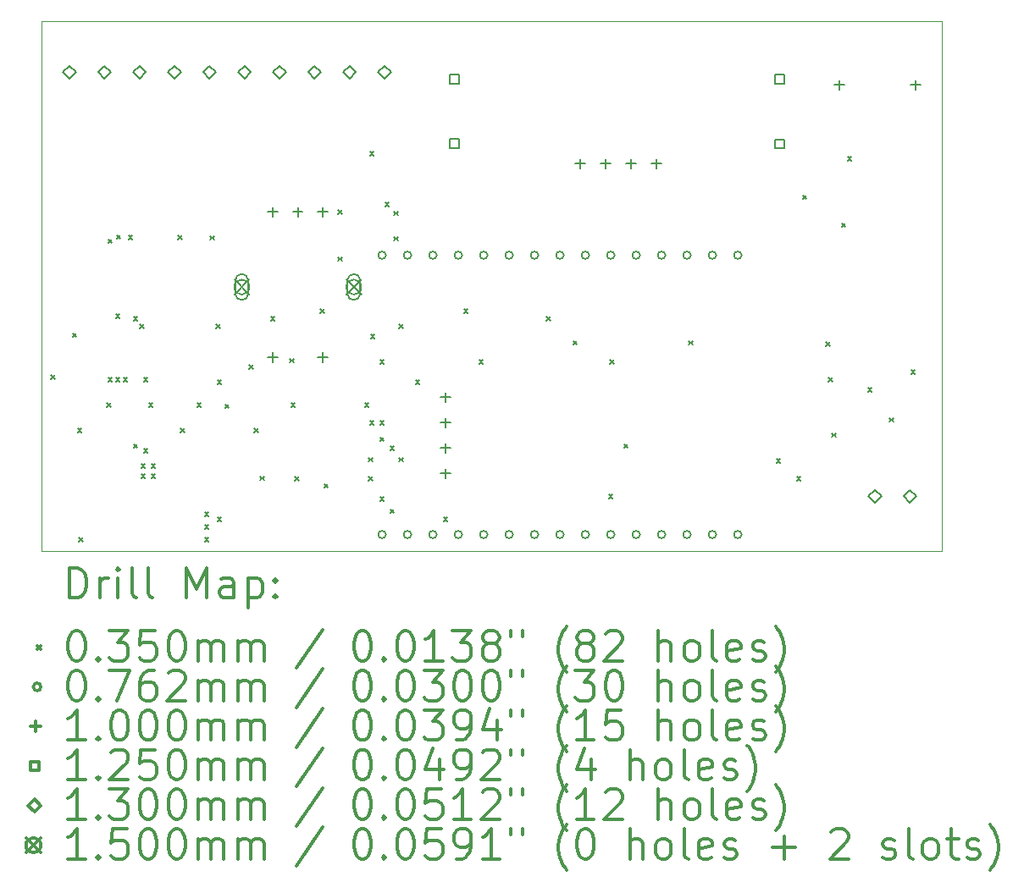
<source format=gbr>
%FSLAX45Y45*%
G04 Gerber Fmt 4.5, Leading zero omitted, Abs format (unit mm)*
G04 Created by KiCad (PCBNEW 5.1.12-84ad8e8a86~92~ubuntu20.04.1) date 2022-02-11 20:28:57*
%MOMM*%
%LPD*%
G01*
G04 APERTURE LIST*
%TA.AperFunction,Profile*%
%ADD10C,0.050000*%
%TD*%
%ADD11C,0.200000*%
%ADD12C,0.300000*%
G04 APERTURE END LIST*
D10*
X5000000Y-10300000D02*
X5000000Y-5000000D01*
X14000000Y-10300000D02*
X5000000Y-10300000D01*
X14000000Y-5000000D02*
X14000000Y-10300000D01*
X5000000Y-5000000D02*
X14000000Y-5000000D01*
D11*
X5100600Y-8542300D02*
X5135600Y-8577300D01*
X5135600Y-8542300D02*
X5100600Y-8577300D01*
X5316500Y-8120200D02*
X5351500Y-8155200D01*
X5351500Y-8120200D02*
X5316500Y-8155200D01*
X5367300Y-9075700D02*
X5402300Y-9110700D01*
X5402300Y-9075700D02*
X5367300Y-9110700D01*
X5380000Y-10167900D02*
X5415000Y-10202900D01*
X5415000Y-10167900D02*
X5380000Y-10202900D01*
X5659400Y-8821700D02*
X5694400Y-8856700D01*
X5694400Y-8821700D02*
X5659400Y-8856700D01*
X5672100Y-7183400D02*
X5707100Y-7218400D01*
X5707100Y-7183400D02*
X5672100Y-7218400D01*
X5672100Y-8567700D02*
X5707100Y-8602700D01*
X5707100Y-8567700D02*
X5672100Y-8602700D01*
X5748300Y-7932700D02*
X5783300Y-7967700D01*
X5783300Y-7932700D02*
X5748300Y-7967700D01*
X5748300Y-8567700D02*
X5783300Y-8602700D01*
X5783300Y-8567700D02*
X5748300Y-8602700D01*
X5754300Y-7141944D02*
X5789300Y-7176944D01*
X5789300Y-7141944D02*
X5754300Y-7176944D01*
X5824500Y-8567700D02*
X5859500Y-8602700D01*
X5859500Y-8567700D02*
X5824500Y-8602700D01*
X5875300Y-7145300D02*
X5910300Y-7180300D01*
X5910300Y-7145300D02*
X5875300Y-7180300D01*
X5926100Y-7958100D02*
X5961100Y-7993100D01*
X5961100Y-7958100D02*
X5926100Y-7993100D01*
X5929000Y-9231000D02*
X5964000Y-9266000D01*
X5964000Y-9231000D02*
X5929000Y-9266000D01*
X5989600Y-8034300D02*
X6024600Y-8069300D01*
X6024600Y-8034300D02*
X5989600Y-8069300D01*
X6002300Y-9431300D02*
X6037300Y-9466300D01*
X6037300Y-9431300D02*
X6002300Y-9466300D01*
X6002300Y-9532900D02*
X6037300Y-9567900D01*
X6037300Y-9532900D02*
X6002300Y-9567900D01*
X6027700Y-8567700D02*
X6062700Y-8602700D01*
X6062700Y-8567700D02*
X6027700Y-8602700D01*
X6027700Y-9278900D02*
X6062700Y-9313900D01*
X6062700Y-9278900D02*
X6027700Y-9313900D01*
X6081600Y-8821700D02*
X6116600Y-8856700D01*
X6116600Y-8821700D02*
X6081600Y-8856700D01*
X6103900Y-9431300D02*
X6138900Y-9466300D01*
X6138900Y-9431300D02*
X6103900Y-9466300D01*
X6103900Y-9532900D02*
X6138900Y-9567900D01*
X6138900Y-9532900D02*
X6103900Y-9567900D01*
X6370600Y-7145300D02*
X6405600Y-7180300D01*
X6405600Y-7145300D02*
X6370600Y-7180300D01*
X6396000Y-9075700D02*
X6431000Y-9110700D01*
X6431000Y-9075700D02*
X6396000Y-9110700D01*
X6561100Y-8821700D02*
X6596100Y-8856700D01*
X6596100Y-8821700D02*
X6561100Y-8856700D01*
X6637300Y-9913900D02*
X6672300Y-9948900D01*
X6672300Y-9913900D02*
X6637300Y-9948900D01*
X6637300Y-10040900D02*
X6672300Y-10075900D01*
X6672300Y-10040900D02*
X6637300Y-10075900D01*
X6637300Y-10167900D02*
X6672300Y-10202900D01*
X6672300Y-10167900D02*
X6637300Y-10202900D01*
X6691820Y-7149020D02*
X6726820Y-7184020D01*
X6726820Y-7149020D02*
X6691820Y-7184020D01*
X6751600Y-8034300D02*
X6786600Y-8069300D01*
X6786600Y-8034300D02*
X6751600Y-8069300D01*
X6764300Y-8593100D02*
X6799300Y-8628100D01*
X6799300Y-8593100D02*
X6764300Y-8628100D01*
X6764300Y-9964700D02*
X6799300Y-9999700D01*
X6799300Y-9964700D02*
X6764300Y-9999700D01*
X6840500Y-8834400D02*
X6875500Y-8869400D01*
X6875500Y-8834400D02*
X6840500Y-8869400D01*
X7081800Y-8440700D02*
X7116800Y-8475700D01*
X7116800Y-8440700D02*
X7081800Y-8475700D01*
X7132600Y-9075700D02*
X7167600Y-9110700D01*
X7167600Y-9075700D02*
X7132600Y-9110700D01*
X7191420Y-9553620D02*
X7226420Y-9588620D01*
X7226420Y-9553620D02*
X7191420Y-9588620D01*
X7297700Y-7958100D02*
X7332700Y-7993100D01*
X7332700Y-7958100D02*
X7297700Y-7993100D01*
X7488200Y-8377200D02*
X7523200Y-8412200D01*
X7523200Y-8377200D02*
X7488200Y-8412200D01*
X7500900Y-8821700D02*
X7535900Y-8856700D01*
X7535900Y-8821700D02*
X7500900Y-8856700D01*
X7539000Y-9558300D02*
X7574000Y-9593300D01*
X7574000Y-9558300D02*
X7539000Y-9593300D01*
X7793000Y-7881900D02*
X7828000Y-7916900D01*
X7828000Y-7881900D02*
X7793000Y-7916900D01*
X7833022Y-9632578D02*
X7868022Y-9667578D01*
X7868022Y-9632578D02*
X7833022Y-9667578D01*
X7970800Y-6891300D02*
X8005800Y-6926300D01*
X8005800Y-6891300D02*
X7970800Y-6926300D01*
X7970800Y-7361200D02*
X8005800Y-7396200D01*
X8005800Y-7361200D02*
X7970800Y-7396200D01*
X8237500Y-8821700D02*
X8272500Y-8856700D01*
X8272500Y-8821700D02*
X8237500Y-8856700D01*
X8275600Y-9367800D02*
X8310600Y-9402800D01*
X8310600Y-9367800D02*
X8275600Y-9402800D01*
X8275600Y-9558300D02*
X8310600Y-9593300D01*
X8310600Y-9558300D02*
X8275600Y-9593300D01*
X8288300Y-6307100D02*
X8323300Y-6342100D01*
X8323300Y-6307100D02*
X8288300Y-6342100D01*
X8288300Y-8999500D02*
X8323300Y-9034500D01*
X8323300Y-8999500D02*
X8288300Y-9034500D01*
X8298000Y-8135900D02*
X8333000Y-8170900D01*
X8333000Y-8135900D02*
X8298000Y-8170900D01*
X8389900Y-8389900D02*
X8424900Y-8424900D01*
X8424900Y-8389900D02*
X8389900Y-8424900D01*
X8389900Y-8999500D02*
X8424900Y-9034500D01*
X8424900Y-8999500D02*
X8389900Y-9034500D01*
X8389900Y-9164600D02*
X8424900Y-9199600D01*
X8424900Y-9164600D02*
X8389900Y-9199600D01*
X8389900Y-9761500D02*
X8424900Y-9796500D01*
X8424900Y-9761500D02*
X8389900Y-9796500D01*
X8440700Y-6815100D02*
X8475700Y-6850100D01*
X8475700Y-6815100D02*
X8440700Y-6850100D01*
X8488500Y-9885500D02*
X8523500Y-9920500D01*
X8523500Y-9885500D02*
X8488500Y-9920500D01*
X8491500Y-9253500D02*
X8526500Y-9288500D01*
X8526500Y-9253500D02*
X8491500Y-9288500D01*
X8529600Y-6904000D02*
X8564600Y-6939000D01*
X8564600Y-6904000D02*
X8529600Y-6939000D01*
X8529600Y-7158000D02*
X8564600Y-7193000D01*
X8564600Y-7158000D02*
X8529600Y-7193000D01*
X8580400Y-8034300D02*
X8615400Y-8069300D01*
X8615400Y-8034300D02*
X8580400Y-8069300D01*
X8580400Y-9367800D02*
X8615400Y-9402800D01*
X8615400Y-9367800D02*
X8580400Y-9402800D01*
X8745500Y-8593100D02*
X8780500Y-8628100D01*
X8780500Y-8593100D02*
X8745500Y-8628100D01*
X9024900Y-9964700D02*
X9059900Y-9999700D01*
X9059900Y-9964700D02*
X9024900Y-9999700D01*
X9228100Y-7881900D02*
X9263100Y-7916900D01*
X9263100Y-7881900D02*
X9228100Y-7916900D01*
X9380500Y-8389900D02*
X9415500Y-8424900D01*
X9415500Y-8389900D02*
X9380500Y-8424900D01*
X10053600Y-7958100D02*
X10088600Y-7993100D01*
X10088600Y-7958100D02*
X10053600Y-7993100D01*
X10317700Y-8202000D02*
X10352700Y-8237000D01*
X10352700Y-8202000D02*
X10317700Y-8237000D01*
X10675900Y-9736100D02*
X10710900Y-9771100D01*
X10710900Y-9736100D02*
X10675900Y-9771100D01*
X10688600Y-8389900D02*
X10723600Y-8424900D01*
X10723600Y-8389900D02*
X10688600Y-8424900D01*
X10825700Y-9229345D02*
X10860700Y-9264345D01*
X10860700Y-9229345D02*
X10825700Y-9264345D01*
X11476000Y-8199400D02*
X11511000Y-8234400D01*
X11511000Y-8199400D02*
X11476000Y-8234400D01*
X12352300Y-9380500D02*
X12387300Y-9415500D01*
X12387300Y-9380500D02*
X12352300Y-9415500D01*
X12555500Y-9558300D02*
X12590500Y-9593300D01*
X12590500Y-9558300D02*
X12555500Y-9593300D01*
X12617949Y-6742301D02*
X12652949Y-6777301D01*
X12652949Y-6742301D02*
X12617949Y-6777301D01*
X12847600Y-8212100D02*
X12882600Y-8247100D01*
X12882600Y-8212100D02*
X12847600Y-8247100D01*
X12873000Y-8567700D02*
X12908000Y-8602700D01*
X12908000Y-8567700D02*
X12873000Y-8602700D01*
X12906420Y-9121820D02*
X12941420Y-9156820D01*
X12941420Y-9121820D02*
X12906420Y-9156820D01*
X13003000Y-7024093D02*
X13038000Y-7059093D01*
X13038000Y-7024093D02*
X13003000Y-7059093D01*
X13063500Y-6357900D02*
X13098500Y-6392900D01*
X13098500Y-6357900D02*
X13063500Y-6392900D01*
X13266700Y-8669300D02*
X13301700Y-8704300D01*
X13301700Y-8669300D02*
X13266700Y-8704300D01*
X13482600Y-8971700D02*
X13517600Y-9006700D01*
X13517600Y-8971700D02*
X13482600Y-9006700D01*
X13698500Y-8491500D02*
X13733500Y-8526500D01*
X13733500Y-8491500D02*
X13698500Y-8526500D01*
X8445500Y-7340600D02*
G75*
G03*
X8445500Y-7340600I-38100J0D01*
G01*
X8445500Y-10134600D02*
G75*
G03*
X8445500Y-10134600I-38100J0D01*
G01*
X8699500Y-7340600D02*
G75*
G03*
X8699500Y-7340600I-38100J0D01*
G01*
X8699500Y-10134600D02*
G75*
G03*
X8699500Y-10134600I-38100J0D01*
G01*
X8953500Y-7340600D02*
G75*
G03*
X8953500Y-7340600I-38100J0D01*
G01*
X8953500Y-10134600D02*
G75*
G03*
X8953500Y-10134600I-38100J0D01*
G01*
X9207500Y-7340600D02*
G75*
G03*
X9207500Y-7340600I-38100J0D01*
G01*
X9207500Y-10134600D02*
G75*
G03*
X9207500Y-10134600I-38100J0D01*
G01*
X9461500Y-7340600D02*
G75*
G03*
X9461500Y-7340600I-38100J0D01*
G01*
X9461500Y-10134600D02*
G75*
G03*
X9461500Y-10134600I-38100J0D01*
G01*
X9715500Y-7340600D02*
G75*
G03*
X9715500Y-7340600I-38100J0D01*
G01*
X9715500Y-10134600D02*
G75*
G03*
X9715500Y-10134600I-38100J0D01*
G01*
X9969500Y-7340600D02*
G75*
G03*
X9969500Y-7340600I-38100J0D01*
G01*
X9969500Y-10134600D02*
G75*
G03*
X9969500Y-10134600I-38100J0D01*
G01*
X10223500Y-7340600D02*
G75*
G03*
X10223500Y-7340600I-38100J0D01*
G01*
X10223500Y-10134600D02*
G75*
G03*
X10223500Y-10134600I-38100J0D01*
G01*
X10477500Y-7340600D02*
G75*
G03*
X10477500Y-7340600I-38100J0D01*
G01*
X10477500Y-10134600D02*
G75*
G03*
X10477500Y-10134600I-38100J0D01*
G01*
X10731500Y-7340600D02*
G75*
G03*
X10731500Y-7340600I-38100J0D01*
G01*
X10731500Y-10134600D02*
G75*
G03*
X10731500Y-10134600I-38100J0D01*
G01*
X10985500Y-7340600D02*
G75*
G03*
X10985500Y-7340600I-38100J0D01*
G01*
X10985500Y-10134600D02*
G75*
G03*
X10985500Y-10134600I-38100J0D01*
G01*
X11239500Y-7340600D02*
G75*
G03*
X11239500Y-7340600I-38100J0D01*
G01*
X11239500Y-10134600D02*
G75*
G03*
X11239500Y-10134600I-38100J0D01*
G01*
X11493500Y-7340600D02*
G75*
G03*
X11493500Y-7340600I-38100J0D01*
G01*
X11493500Y-10134600D02*
G75*
G03*
X11493500Y-10134600I-38100J0D01*
G01*
X11747500Y-7340600D02*
G75*
G03*
X11747500Y-7340600I-38100J0D01*
G01*
X11747500Y-10134600D02*
G75*
G03*
X11747500Y-10134600I-38100J0D01*
G01*
X12001500Y-7340600D02*
G75*
G03*
X12001500Y-7340600I-38100J0D01*
G01*
X12001500Y-10134600D02*
G75*
G03*
X12001500Y-10134600I-38100J0D01*
G01*
X7315200Y-6858800D02*
X7315200Y-6958800D01*
X7265200Y-6908800D02*
X7365200Y-6908800D01*
X7315200Y-8308800D02*
X7315200Y-8408800D01*
X7265200Y-8358800D02*
X7365200Y-8358800D01*
X7565200Y-6858800D02*
X7565200Y-6958800D01*
X7515200Y-6908800D02*
X7615200Y-6908800D01*
X7815200Y-6858800D02*
X7815200Y-6958800D01*
X7765200Y-6908800D02*
X7865200Y-6908800D01*
X7815200Y-8308800D02*
X7815200Y-8408800D01*
X7765200Y-8358800D02*
X7865200Y-8358800D01*
X9042400Y-8713000D02*
X9042400Y-8813000D01*
X8992400Y-8763000D02*
X9092400Y-8763000D01*
X9042400Y-8967000D02*
X9042400Y-9067000D01*
X8992400Y-9017000D02*
X9092400Y-9017000D01*
X9042400Y-9221000D02*
X9042400Y-9321000D01*
X8992400Y-9271000D02*
X9092400Y-9271000D01*
X9042400Y-9475000D02*
X9042400Y-9575000D01*
X8992400Y-9525000D02*
X9092400Y-9525000D01*
X10388600Y-6376200D02*
X10388600Y-6476200D01*
X10338600Y-6426200D02*
X10438600Y-6426200D01*
X10642600Y-6376200D02*
X10642600Y-6476200D01*
X10592600Y-6426200D02*
X10692600Y-6426200D01*
X10896600Y-6376200D02*
X10896600Y-6476200D01*
X10846600Y-6426200D02*
X10946600Y-6426200D01*
X11150600Y-6376200D02*
X11150600Y-6476200D01*
X11100600Y-6426200D02*
X11200600Y-6426200D01*
X12979400Y-5588800D02*
X12979400Y-5688800D01*
X12929400Y-5638800D02*
X13029400Y-5638800D01*
X13739400Y-5588800D02*
X13739400Y-5688800D01*
X13689400Y-5638800D02*
X13789400Y-5638800D01*
X9176305Y-5622155D02*
X9176305Y-5533765D01*
X9087915Y-5533765D01*
X9087915Y-5622155D01*
X9176305Y-5622155D01*
X9176305Y-6267155D02*
X9176305Y-6178765D01*
X9087915Y-6178765D01*
X9087915Y-6267155D01*
X9176305Y-6267155D01*
X12426305Y-5622155D02*
X12426305Y-5533765D01*
X12337915Y-5533765D01*
X12337915Y-5622155D01*
X12426305Y-5622155D01*
X12426305Y-6272155D02*
X12426305Y-6183765D01*
X12337915Y-6183765D01*
X12337915Y-6272155D01*
X12426305Y-6272155D01*
X5282800Y-5576800D02*
X5347800Y-5511800D01*
X5282800Y-5446800D01*
X5217800Y-5511800D01*
X5282800Y-5576800D01*
X5632800Y-5576800D02*
X5697800Y-5511800D01*
X5632800Y-5446800D01*
X5567800Y-5511800D01*
X5632800Y-5576800D01*
X5982800Y-5576800D02*
X6047800Y-5511800D01*
X5982800Y-5446800D01*
X5917800Y-5511800D01*
X5982800Y-5576800D01*
X6332800Y-5576800D02*
X6397800Y-5511800D01*
X6332800Y-5446800D01*
X6267800Y-5511800D01*
X6332800Y-5576800D01*
X6682800Y-5576800D02*
X6747800Y-5511800D01*
X6682800Y-5446800D01*
X6617800Y-5511800D01*
X6682800Y-5576800D01*
X7032800Y-5576800D02*
X7097800Y-5511800D01*
X7032800Y-5446800D01*
X6967800Y-5511800D01*
X7032800Y-5576800D01*
X7382800Y-5576800D02*
X7447800Y-5511800D01*
X7382800Y-5446800D01*
X7317800Y-5511800D01*
X7382800Y-5576800D01*
X7732800Y-5576800D02*
X7797800Y-5511800D01*
X7732800Y-5446800D01*
X7667800Y-5511800D01*
X7732800Y-5576800D01*
X8082800Y-5576800D02*
X8147800Y-5511800D01*
X8082800Y-5446800D01*
X8017800Y-5511800D01*
X8082800Y-5576800D01*
X8432800Y-5576800D02*
X8497800Y-5511800D01*
X8432800Y-5446800D01*
X8367800Y-5511800D01*
X8432800Y-5576800D01*
X13335000Y-9818600D02*
X13400000Y-9753600D01*
X13335000Y-9688600D01*
X13270000Y-9753600D01*
X13335000Y-9818600D01*
X13685000Y-9818600D02*
X13750000Y-9753600D01*
X13685000Y-9688600D01*
X13620000Y-9753600D01*
X13685000Y-9818600D01*
X6930200Y-7583800D02*
X7080200Y-7733800D01*
X7080200Y-7583800D02*
X6930200Y-7733800D01*
X7080200Y-7658800D02*
G75*
G03*
X7080200Y-7658800I-75000J0D01*
G01*
X6940200Y-7593800D02*
X6940200Y-7723800D01*
X7070200Y-7593800D02*
X7070200Y-7723800D01*
X6940200Y-7723800D02*
G75*
G03*
X7070200Y-7723800I65000J0D01*
G01*
X7070200Y-7593800D02*
G75*
G03*
X6940200Y-7593800I-65000J0D01*
G01*
X8050200Y-7583800D02*
X8200200Y-7733800D01*
X8200200Y-7583800D02*
X8050200Y-7733800D01*
X8200200Y-7658800D02*
G75*
G03*
X8200200Y-7658800I-75000J0D01*
G01*
X8060200Y-7593800D02*
X8060200Y-7723800D01*
X8190200Y-7593800D02*
X8190200Y-7723800D01*
X8060200Y-7723800D02*
G75*
G03*
X8190200Y-7723800I65000J0D01*
G01*
X8190200Y-7593800D02*
G75*
G03*
X8060200Y-7593800I-65000J0D01*
G01*
D12*
X5283928Y-10768214D02*
X5283928Y-10468214D01*
X5355357Y-10468214D01*
X5398214Y-10482500D01*
X5426786Y-10511072D01*
X5441071Y-10539643D01*
X5455357Y-10596786D01*
X5455357Y-10639643D01*
X5441071Y-10696786D01*
X5426786Y-10725357D01*
X5398214Y-10753929D01*
X5355357Y-10768214D01*
X5283928Y-10768214D01*
X5583928Y-10768214D02*
X5583928Y-10568214D01*
X5583928Y-10625357D02*
X5598214Y-10596786D01*
X5612500Y-10582500D01*
X5641071Y-10568214D01*
X5669643Y-10568214D01*
X5769643Y-10768214D02*
X5769643Y-10568214D01*
X5769643Y-10468214D02*
X5755357Y-10482500D01*
X5769643Y-10496786D01*
X5783928Y-10482500D01*
X5769643Y-10468214D01*
X5769643Y-10496786D01*
X5955357Y-10768214D02*
X5926786Y-10753929D01*
X5912500Y-10725357D01*
X5912500Y-10468214D01*
X6112500Y-10768214D02*
X6083928Y-10753929D01*
X6069643Y-10725357D01*
X6069643Y-10468214D01*
X6455357Y-10768214D02*
X6455357Y-10468214D01*
X6555357Y-10682500D01*
X6655357Y-10468214D01*
X6655357Y-10768214D01*
X6926786Y-10768214D02*
X6926786Y-10611072D01*
X6912500Y-10582500D01*
X6883928Y-10568214D01*
X6826786Y-10568214D01*
X6798214Y-10582500D01*
X6926786Y-10753929D02*
X6898214Y-10768214D01*
X6826786Y-10768214D01*
X6798214Y-10753929D01*
X6783928Y-10725357D01*
X6783928Y-10696786D01*
X6798214Y-10668214D01*
X6826786Y-10653929D01*
X6898214Y-10653929D01*
X6926786Y-10639643D01*
X7069643Y-10568214D02*
X7069643Y-10868214D01*
X7069643Y-10582500D02*
X7098214Y-10568214D01*
X7155357Y-10568214D01*
X7183928Y-10582500D01*
X7198214Y-10596786D01*
X7212500Y-10625357D01*
X7212500Y-10711072D01*
X7198214Y-10739643D01*
X7183928Y-10753929D01*
X7155357Y-10768214D01*
X7098214Y-10768214D01*
X7069643Y-10753929D01*
X7341071Y-10739643D02*
X7355357Y-10753929D01*
X7341071Y-10768214D01*
X7326786Y-10753929D01*
X7341071Y-10739643D01*
X7341071Y-10768214D01*
X7341071Y-10582500D02*
X7355357Y-10596786D01*
X7341071Y-10611072D01*
X7326786Y-10596786D01*
X7341071Y-10582500D01*
X7341071Y-10611072D01*
X4962500Y-11245000D02*
X4997500Y-11280000D01*
X4997500Y-11245000D02*
X4962500Y-11280000D01*
X5341071Y-11098214D02*
X5369643Y-11098214D01*
X5398214Y-11112500D01*
X5412500Y-11126786D01*
X5426786Y-11155357D01*
X5441071Y-11212500D01*
X5441071Y-11283929D01*
X5426786Y-11341071D01*
X5412500Y-11369643D01*
X5398214Y-11383929D01*
X5369643Y-11398214D01*
X5341071Y-11398214D01*
X5312500Y-11383929D01*
X5298214Y-11369643D01*
X5283928Y-11341071D01*
X5269643Y-11283929D01*
X5269643Y-11212500D01*
X5283928Y-11155357D01*
X5298214Y-11126786D01*
X5312500Y-11112500D01*
X5341071Y-11098214D01*
X5569643Y-11369643D02*
X5583928Y-11383929D01*
X5569643Y-11398214D01*
X5555357Y-11383929D01*
X5569643Y-11369643D01*
X5569643Y-11398214D01*
X5683928Y-11098214D02*
X5869643Y-11098214D01*
X5769643Y-11212500D01*
X5812500Y-11212500D01*
X5841071Y-11226786D01*
X5855357Y-11241071D01*
X5869643Y-11269643D01*
X5869643Y-11341071D01*
X5855357Y-11369643D01*
X5841071Y-11383929D01*
X5812500Y-11398214D01*
X5726786Y-11398214D01*
X5698214Y-11383929D01*
X5683928Y-11369643D01*
X6141071Y-11098214D02*
X5998214Y-11098214D01*
X5983928Y-11241071D01*
X5998214Y-11226786D01*
X6026786Y-11212500D01*
X6098214Y-11212500D01*
X6126786Y-11226786D01*
X6141071Y-11241071D01*
X6155357Y-11269643D01*
X6155357Y-11341071D01*
X6141071Y-11369643D01*
X6126786Y-11383929D01*
X6098214Y-11398214D01*
X6026786Y-11398214D01*
X5998214Y-11383929D01*
X5983928Y-11369643D01*
X6341071Y-11098214D02*
X6369643Y-11098214D01*
X6398214Y-11112500D01*
X6412500Y-11126786D01*
X6426786Y-11155357D01*
X6441071Y-11212500D01*
X6441071Y-11283929D01*
X6426786Y-11341071D01*
X6412500Y-11369643D01*
X6398214Y-11383929D01*
X6369643Y-11398214D01*
X6341071Y-11398214D01*
X6312500Y-11383929D01*
X6298214Y-11369643D01*
X6283928Y-11341071D01*
X6269643Y-11283929D01*
X6269643Y-11212500D01*
X6283928Y-11155357D01*
X6298214Y-11126786D01*
X6312500Y-11112500D01*
X6341071Y-11098214D01*
X6569643Y-11398214D02*
X6569643Y-11198214D01*
X6569643Y-11226786D02*
X6583928Y-11212500D01*
X6612500Y-11198214D01*
X6655357Y-11198214D01*
X6683928Y-11212500D01*
X6698214Y-11241071D01*
X6698214Y-11398214D01*
X6698214Y-11241071D02*
X6712500Y-11212500D01*
X6741071Y-11198214D01*
X6783928Y-11198214D01*
X6812500Y-11212500D01*
X6826786Y-11241071D01*
X6826786Y-11398214D01*
X6969643Y-11398214D02*
X6969643Y-11198214D01*
X6969643Y-11226786D02*
X6983928Y-11212500D01*
X7012500Y-11198214D01*
X7055357Y-11198214D01*
X7083928Y-11212500D01*
X7098214Y-11241071D01*
X7098214Y-11398214D01*
X7098214Y-11241071D02*
X7112500Y-11212500D01*
X7141071Y-11198214D01*
X7183928Y-11198214D01*
X7212500Y-11212500D01*
X7226786Y-11241071D01*
X7226786Y-11398214D01*
X7812500Y-11083929D02*
X7555357Y-11469643D01*
X8198214Y-11098214D02*
X8226786Y-11098214D01*
X8255357Y-11112500D01*
X8269643Y-11126786D01*
X8283928Y-11155357D01*
X8298214Y-11212500D01*
X8298214Y-11283929D01*
X8283928Y-11341071D01*
X8269643Y-11369643D01*
X8255357Y-11383929D01*
X8226786Y-11398214D01*
X8198214Y-11398214D01*
X8169643Y-11383929D01*
X8155357Y-11369643D01*
X8141071Y-11341071D01*
X8126786Y-11283929D01*
X8126786Y-11212500D01*
X8141071Y-11155357D01*
X8155357Y-11126786D01*
X8169643Y-11112500D01*
X8198214Y-11098214D01*
X8426786Y-11369643D02*
X8441071Y-11383929D01*
X8426786Y-11398214D01*
X8412500Y-11383929D01*
X8426786Y-11369643D01*
X8426786Y-11398214D01*
X8626786Y-11098214D02*
X8655357Y-11098214D01*
X8683928Y-11112500D01*
X8698214Y-11126786D01*
X8712500Y-11155357D01*
X8726786Y-11212500D01*
X8726786Y-11283929D01*
X8712500Y-11341071D01*
X8698214Y-11369643D01*
X8683928Y-11383929D01*
X8655357Y-11398214D01*
X8626786Y-11398214D01*
X8598214Y-11383929D01*
X8583928Y-11369643D01*
X8569643Y-11341071D01*
X8555357Y-11283929D01*
X8555357Y-11212500D01*
X8569643Y-11155357D01*
X8583928Y-11126786D01*
X8598214Y-11112500D01*
X8626786Y-11098214D01*
X9012500Y-11398214D02*
X8841071Y-11398214D01*
X8926786Y-11398214D02*
X8926786Y-11098214D01*
X8898214Y-11141072D01*
X8869643Y-11169643D01*
X8841071Y-11183929D01*
X9112500Y-11098214D02*
X9298214Y-11098214D01*
X9198214Y-11212500D01*
X9241071Y-11212500D01*
X9269643Y-11226786D01*
X9283928Y-11241071D01*
X9298214Y-11269643D01*
X9298214Y-11341071D01*
X9283928Y-11369643D01*
X9269643Y-11383929D01*
X9241071Y-11398214D01*
X9155357Y-11398214D01*
X9126786Y-11383929D01*
X9112500Y-11369643D01*
X9469643Y-11226786D02*
X9441071Y-11212500D01*
X9426786Y-11198214D01*
X9412500Y-11169643D01*
X9412500Y-11155357D01*
X9426786Y-11126786D01*
X9441071Y-11112500D01*
X9469643Y-11098214D01*
X9526786Y-11098214D01*
X9555357Y-11112500D01*
X9569643Y-11126786D01*
X9583928Y-11155357D01*
X9583928Y-11169643D01*
X9569643Y-11198214D01*
X9555357Y-11212500D01*
X9526786Y-11226786D01*
X9469643Y-11226786D01*
X9441071Y-11241071D01*
X9426786Y-11255357D01*
X9412500Y-11283929D01*
X9412500Y-11341071D01*
X9426786Y-11369643D01*
X9441071Y-11383929D01*
X9469643Y-11398214D01*
X9526786Y-11398214D01*
X9555357Y-11383929D01*
X9569643Y-11369643D01*
X9583928Y-11341071D01*
X9583928Y-11283929D01*
X9569643Y-11255357D01*
X9555357Y-11241071D01*
X9526786Y-11226786D01*
X9698214Y-11098214D02*
X9698214Y-11155357D01*
X9812500Y-11098214D02*
X9812500Y-11155357D01*
X10255357Y-11512500D02*
X10241071Y-11498214D01*
X10212500Y-11455357D01*
X10198214Y-11426786D01*
X10183928Y-11383929D01*
X10169643Y-11312500D01*
X10169643Y-11255357D01*
X10183928Y-11183929D01*
X10198214Y-11141072D01*
X10212500Y-11112500D01*
X10241071Y-11069643D01*
X10255357Y-11055357D01*
X10412500Y-11226786D02*
X10383928Y-11212500D01*
X10369643Y-11198214D01*
X10355357Y-11169643D01*
X10355357Y-11155357D01*
X10369643Y-11126786D01*
X10383928Y-11112500D01*
X10412500Y-11098214D01*
X10469643Y-11098214D01*
X10498214Y-11112500D01*
X10512500Y-11126786D01*
X10526786Y-11155357D01*
X10526786Y-11169643D01*
X10512500Y-11198214D01*
X10498214Y-11212500D01*
X10469643Y-11226786D01*
X10412500Y-11226786D01*
X10383928Y-11241071D01*
X10369643Y-11255357D01*
X10355357Y-11283929D01*
X10355357Y-11341071D01*
X10369643Y-11369643D01*
X10383928Y-11383929D01*
X10412500Y-11398214D01*
X10469643Y-11398214D01*
X10498214Y-11383929D01*
X10512500Y-11369643D01*
X10526786Y-11341071D01*
X10526786Y-11283929D01*
X10512500Y-11255357D01*
X10498214Y-11241071D01*
X10469643Y-11226786D01*
X10641071Y-11126786D02*
X10655357Y-11112500D01*
X10683928Y-11098214D01*
X10755357Y-11098214D01*
X10783928Y-11112500D01*
X10798214Y-11126786D01*
X10812500Y-11155357D01*
X10812500Y-11183929D01*
X10798214Y-11226786D01*
X10626786Y-11398214D01*
X10812500Y-11398214D01*
X11169643Y-11398214D02*
X11169643Y-11098214D01*
X11298214Y-11398214D02*
X11298214Y-11241071D01*
X11283928Y-11212500D01*
X11255357Y-11198214D01*
X11212500Y-11198214D01*
X11183928Y-11212500D01*
X11169643Y-11226786D01*
X11483928Y-11398214D02*
X11455357Y-11383929D01*
X11441071Y-11369643D01*
X11426786Y-11341071D01*
X11426786Y-11255357D01*
X11441071Y-11226786D01*
X11455357Y-11212500D01*
X11483928Y-11198214D01*
X11526786Y-11198214D01*
X11555357Y-11212500D01*
X11569643Y-11226786D01*
X11583928Y-11255357D01*
X11583928Y-11341071D01*
X11569643Y-11369643D01*
X11555357Y-11383929D01*
X11526786Y-11398214D01*
X11483928Y-11398214D01*
X11755357Y-11398214D02*
X11726786Y-11383929D01*
X11712500Y-11355357D01*
X11712500Y-11098214D01*
X11983928Y-11383929D02*
X11955357Y-11398214D01*
X11898214Y-11398214D01*
X11869643Y-11383929D01*
X11855357Y-11355357D01*
X11855357Y-11241071D01*
X11869643Y-11212500D01*
X11898214Y-11198214D01*
X11955357Y-11198214D01*
X11983928Y-11212500D01*
X11998214Y-11241071D01*
X11998214Y-11269643D01*
X11855357Y-11298214D01*
X12112500Y-11383929D02*
X12141071Y-11398214D01*
X12198214Y-11398214D01*
X12226786Y-11383929D01*
X12241071Y-11355357D01*
X12241071Y-11341071D01*
X12226786Y-11312500D01*
X12198214Y-11298214D01*
X12155357Y-11298214D01*
X12126786Y-11283929D01*
X12112500Y-11255357D01*
X12112500Y-11241071D01*
X12126786Y-11212500D01*
X12155357Y-11198214D01*
X12198214Y-11198214D01*
X12226786Y-11212500D01*
X12341071Y-11512500D02*
X12355357Y-11498214D01*
X12383928Y-11455357D01*
X12398214Y-11426786D01*
X12412500Y-11383929D01*
X12426786Y-11312500D01*
X12426786Y-11255357D01*
X12412500Y-11183929D01*
X12398214Y-11141072D01*
X12383928Y-11112500D01*
X12355357Y-11069643D01*
X12341071Y-11055357D01*
X4997500Y-11658500D02*
G75*
G03*
X4997500Y-11658500I-38100J0D01*
G01*
X5341071Y-11494214D02*
X5369643Y-11494214D01*
X5398214Y-11508500D01*
X5412500Y-11522786D01*
X5426786Y-11551357D01*
X5441071Y-11608500D01*
X5441071Y-11679929D01*
X5426786Y-11737071D01*
X5412500Y-11765643D01*
X5398214Y-11779929D01*
X5369643Y-11794214D01*
X5341071Y-11794214D01*
X5312500Y-11779929D01*
X5298214Y-11765643D01*
X5283928Y-11737071D01*
X5269643Y-11679929D01*
X5269643Y-11608500D01*
X5283928Y-11551357D01*
X5298214Y-11522786D01*
X5312500Y-11508500D01*
X5341071Y-11494214D01*
X5569643Y-11765643D02*
X5583928Y-11779929D01*
X5569643Y-11794214D01*
X5555357Y-11779929D01*
X5569643Y-11765643D01*
X5569643Y-11794214D01*
X5683928Y-11494214D02*
X5883928Y-11494214D01*
X5755357Y-11794214D01*
X6126786Y-11494214D02*
X6069643Y-11494214D01*
X6041071Y-11508500D01*
X6026786Y-11522786D01*
X5998214Y-11565643D01*
X5983928Y-11622786D01*
X5983928Y-11737071D01*
X5998214Y-11765643D01*
X6012500Y-11779929D01*
X6041071Y-11794214D01*
X6098214Y-11794214D01*
X6126786Y-11779929D01*
X6141071Y-11765643D01*
X6155357Y-11737071D01*
X6155357Y-11665643D01*
X6141071Y-11637071D01*
X6126786Y-11622786D01*
X6098214Y-11608500D01*
X6041071Y-11608500D01*
X6012500Y-11622786D01*
X5998214Y-11637071D01*
X5983928Y-11665643D01*
X6269643Y-11522786D02*
X6283928Y-11508500D01*
X6312500Y-11494214D01*
X6383928Y-11494214D01*
X6412500Y-11508500D01*
X6426786Y-11522786D01*
X6441071Y-11551357D01*
X6441071Y-11579929D01*
X6426786Y-11622786D01*
X6255357Y-11794214D01*
X6441071Y-11794214D01*
X6569643Y-11794214D02*
X6569643Y-11594214D01*
X6569643Y-11622786D02*
X6583928Y-11608500D01*
X6612500Y-11594214D01*
X6655357Y-11594214D01*
X6683928Y-11608500D01*
X6698214Y-11637071D01*
X6698214Y-11794214D01*
X6698214Y-11637071D02*
X6712500Y-11608500D01*
X6741071Y-11594214D01*
X6783928Y-11594214D01*
X6812500Y-11608500D01*
X6826786Y-11637071D01*
X6826786Y-11794214D01*
X6969643Y-11794214D02*
X6969643Y-11594214D01*
X6969643Y-11622786D02*
X6983928Y-11608500D01*
X7012500Y-11594214D01*
X7055357Y-11594214D01*
X7083928Y-11608500D01*
X7098214Y-11637071D01*
X7098214Y-11794214D01*
X7098214Y-11637071D02*
X7112500Y-11608500D01*
X7141071Y-11594214D01*
X7183928Y-11594214D01*
X7212500Y-11608500D01*
X7226786Y-11637071D01*
X7226786Y-11794214D01*
X7812500Y-11479929D02*
X7555357Y-11865643D01*
X8198214Y-11494214D02*
X8226786Y-11494214D01*
X8255357Y-11508500D01*
X8269643Y-11522786D01*
X8283928Y-11551357D01*
X8298214Y-11608500D01*
X8298214Y-11679929D01*
X8283928Y-11737071D01*
X8269643Y-11765643D01*
X8255357Y-11779929D01*
X8226786Y-11794214D01*
X8198214Y-11794214D01*
X8169643Y-11779929D01*
X8155357Y-11765643D01*
X8141071Y-11737071D01*
X8126786Y-11679929D01*
X8126786Y-11608500D01*
X8141071Y-11551357D01*
X8155357Y-11522786D01*
X8169643Y-11508500D01*
X8198214Y-11494214D01*
X8426786Y-11765643D02*
X8441071Y-11779929D01*
X8426786Y-11794214D01*
X8412500Y-11779929D01*
X8426786Y-11765643D01*
X8426786Y-11794214D01*
X8626786Y-11494214D02*
X8655357Y-11494214D01*
X8683928Y-11508500D01*
X8698214Y-11522786D01*
X8712500Y-11551357D01*
X8726786Y-11608500D01*
X8726786Y-11679929D01*
X8712500Y-11737071D01*
X8698214Y-11765643D01*
X8683928Y-11779929D01*
X8655357Y-11794214D01*
X8626786Y-11794214D01*
X8598214Y-11779929D01*
X8583928Y-11765643D01*
X8569643Y-11737071D01*
X8555357Y-11679929D01*
X8555357Y-11608500D01*
X8569643Y-11551357D01*
X8583928Y-11522786D01*
X8598214Y-11508500D01*
X8626786Y-11494214D01*
X8826786Y-11494214D02*
X9012500Y-11494214D01*
X8912500Y-11608500D01*
X8955357Y-11608500D01*
X8983928Y-11622786D01*
X8998214Y-11637071D01*
X9012500Y-11665643D01*
X9012500Y-11737071D01*
X8998214Y-11765643D01*
X8983928Y-11779929D01*
X8955357Y-11794214D01*
X8869643Y-11794214D01*
X8841071Y-11779929D01*
X8826786Y-11765643D01*
X9198214Y-11494214D02*
X9226786Y-11494214D01*
X9255357Y-11508500D01*
X9269643Y-11522786D01*
X9283928Y-11551357D01*
X9298214Y-11608500D01*
X9298214Y-11679929D01*
X9283928Y-11737071D01*
X9269643Y-11765643D01*
X9255357Y-11779929D01*
X9226786Y-11794214D01*
X9198214Y-11794214D01*
X9169643Y-11779929D01*
X9155357Y-11765643D01*
X9141071Y-11737071D01*
X9126786Y-11679929D01*
X9126786Y-11608500D01*
X9141071Y-11551357D01*
X9155357Y-11522786D01*
X9169643Y-11508500D01*
X9198214Y-11494214D01*
X9483928Y-11494214D02*
X9512500Y-11494214D01*
X9541071Y-11508500D01*
X9555357Y-11522786D01*
X9569643Y-11551357D01*
X9583928Y-11608500D01*
X9583928Y-11679929D01*
X9569643Y-11737071D01*
X9555357Y-11765643D01*
X9541071Y-11779929D01*
X9512500Y-11794214D01*
X9483928Y-11794214D01*
X9455357Y-11779929D01*
X9441071Y-11765643D01*
X9426786Y-11737071D01*
X9412500Y-11679929D01*
X9412500Y-11608500D01*
X9426786Y-11551357D01*
X9441071Y-11522786D01*
X9455357Y-11508500D01*
X9483928Y-11494214D01*
X9698214Y-11494214D02*
X9698214Y-11551357D01*
X9812500Y-11494214D02*
X9812500Y-11551357D01*
X10255357Y-11908500D02*
X10241071Y-11894214D01*
X10212500Y-11851357D01*
X10198214Y-11822786D01*
X10183928Y-11779929D01*
X10169643Y-11708500D01*
X10169643Y-11651357D01*
X10183928Y-11579929D01*
X10198214Y-11537071D01*
X10212500Y-11508500D01*
X10241071Y-11465643D01*
X10255357Y-11451357D01*
X10341071Y-11494214D02*
X10526786Y-11494214D01*
X10426786Y-11608500D01*
X10469643Y-11608500D01*
X10498214Y-11622786D01*
X10512500Y-11637071D01*
X10526786Y-11665643D01*
X10526786Y-11737071D01*
X10512500Y-11765643D01*
X10498214Y-11779929D01*
X10469643Y-11794214D01*
X10383928Y-11794214D01*
X10355357Y-11779929D01*
X10341071Y-11765643D01*
X10712500Y-11494214D02*
X10741071Y-11494214D01*
X10769643Y-11508500D01*
X10783928Y-11522786D01*
X10798214Y-11551357D01*
X10812500Y-11608500D01*
X10812500Y-11679929D01*
X10798214Y-11737071D01*
X10783928Y-11765643D01*
X10769643Y-11779929D01*
X10741071Y-11794214D01*
X10712500Y-11794214D01*
X10683928Y-11779929D01*
X10669643Y-11765643D01*
X10655357Y-11737071D01*
X10641071Y-11679929D01*
X10641071Y-11608500D01*
X10655357Y-11551357D01*
X10669643Y-11522786D01*
X10683928Y-11508500D01*
X10712500Y-11494214D01*
X11169643Y-11794214D02*
X11169643Y-11494214D01*
X11298214Y-11794214D02*
X11298214Y-11637071D01*
X11283928Y-11608500D01*
X11255357Y-11594214D01*
X11212500Y-11594214D01*
X11183928Y-11608500D01*
X11169643Y-11622786D01*
X11483928Y-11794214D02*
X11455357Y-11779929D01*
X11441071Y-11765643D01*
X11426786Y-11737071D01*
X11426786Y-11651357D01*
X11441071Y-11622786D01*
X11455357Y-11608500D01*
X11483928Y-11594214D01*
X11526786Y-11594214D01*
X11555357Y-11608500D01*
X11569643Y-11622786D01*
X11583928Y-11651357D01*
X11583928Y-11737071D01*
X11569643Y-11765643D01*
X11555357Y-11779929D01*
X11526786Y-11794214D01*
X11483928Y-11794214D01*
X11755357Y-11794214D02*
X11726786Y-11779929D01*
X11712500Y-11751357D01*
X11712500Y-11494214D01*
X11983928Y-11779929D02*
X11955357Y-11794214D01*
X11898214Y-11794214D01*
X11869643Y-11779929D01*
X11855357Y-11751357D01*
X11855357Y-11637071D01*
X11869643Y-11608500D01*
X11898214Y-11594214D01*
X11955357Y-11594214D01*
X11983928Y-11608500D01*
X11998214Y-11637071D01*
X11998214Y-11665643D01*
X11855357Y-11694214D01*
X12112500Y-11779929D02*
X12141071Y-11794214D01*
X12198214Y-11794214D01*
X12226786Y-11779929D01*
X12241071Y-11751357D01*
X12241071Y-11737071D01*
X12226786Y-11708500D01*
X12198214Y-11694214D01*
X12155357Y-11694214D01*
X12126786Y-11679929D01*
X12112500Y-11651357D01*
X12112500Y-11637071D01*
X12126786Y-11608500D01*
X12155357Y-11594214D01*
X12198214Y-11594214D01*
X12226786Y-11608500D01*
X12341071Y-11908500D02*
X12355357Y-11894214D01*
X12383928Y-11851357D01*
X12398214Y-11822786D01*
X12412500Y-11779929D01*
X12426786Y-11708500D01*
X12426786Y-11651357D01*
X12412500Y-11579929D01*
X12398214Y-11537071D01*
X12383928Y-11508500D01*
X12355357Y-11465643D01*
X12341071Y-11451357D01*
X4947500Y-12004500D02*
X4947500Y-12104500D01*
X4897500Y-12054500D02*
X4997500Y-12054500D01*
X5441071Y-12190214D02*
X5269643Y-12190214D01*
X5355357Y-12190214D02*
X5355357Y-11890214D01*
X5326786Y-11933071D01*
X5298214Y-11961643D01*
X5269643Y-11975929D01*
X5569643Y-12161643D02*
X5583928Y-12175929D01*
X5569643Y-12190214D01*
X5555357Y-12175929D01*
X5569643Y-12161643D01*
X5569643Y-12190214D01*
X5769643Y-11890214D02*
X5798214Y-11890214D01*
X5826786Y-11904500D01*
X5841071Y-11918786D01*
X5855357Y-11947357D01*
X5869643Y-12004500D01*
X5869643Y-12075929D01*
X5855357Y-12133071D01*
X5841071Y-12161643D01*
X5826786Y-12175929D01*
X5798214Y-12190214D01*
X5769643Y-12190214D01*
X5741071Y-12175929D01*
X5726786Y-12161643D01*
X5712500Y-12133071D01*
X5698214Y-12075929D01*
X5698214Y-12004500D01*
X5712500Y-11947357D01*
X5726786Y-11918786D01*
X5741071Y-11904500D01*
X5769643Y-11890214D01*
X6055357Y-11890214D02*
X6083928Y-11890214D01*
X6112500Y-11904500D01*
X6126786Y-11918786D01*
X6141071Y-11947357D01*
X6155357Y-12004500D01*
X6155357Y-12075929D01*
X6141071Y-12133071D01*
X6126786Y-12161643D01*
X6112500Y-12175929D01*
X6083928Y-12190214D01*
X6055357Y-12190214D01*
X6026786Y-12175929D01*
X6012500Y-12161643D01*
X5998214Y-12133071D01*
X5983928Y-12075929D01*
X5983928Y-12004500D01*
X5998214Y-11947357D01*
X6012500Y-11918786D01*
X6026786Y-11904500D01*
X6055357Y-11890214D01*
X6341071Y-11890214D02*
X6369643Y-11890214D01*
X6398214Y-11904500D01*
X6412500Y-11918786D01*
X6426786Y-11947357D01*
X6441071Y-12004500D01*
X6441071Y-12075929D01*
X6426786Y-12133071D01*
X6412500Y-12161643D01*
X6398214Y-12175929D01*
X6369643Y-12190214D01*
X6341071Y-12190214D01*
X6312500Y-12175929D01*
X6298214Y-12161643D01*
X6283928Y-12133071D01*
X6269643Y-12075929D01*
X6269643Y-12004500D01*
X6283928Y-11947357D01*
X6298214Y-11918786D01*
X6312500Y-11904500D01*
X6341071Y-11890214D01*
X6569643Y-12190214D02*
X6569643Y-11990214D01*
X6569643Y-12018786D02*
X6583928Y-12004500D01*
X6612500Y-11990214D01*
X6655357Y-11990214D01*
X6683928Y-12004500D01*
X6698214Y-12033071D01*
X6698214Y-12190214D01*
X6698214Y-12033071D02*
X6712500Y-12004500D01*
X6741071Y-11990214D01*
X6783928Y-11990214D01*
X6812500Y-12004500D01*
X6826786Y-12033071D01*
X6826786Y-12190214D01*
X6969643Y-12190214D02*
X6969643Y-11990214D01*
X6969643Y-12018786D02*
X6983928Y-12004500D01*
X7012500Y-11990214D01*
X7055357Y-11990214D01*
X7083928Y-12004500D01*
X7098214Y-12033071D01*
X7098214Y-12190214D01*
X7098214Y-12033071D02*
X7112500Y-12004500D01*
X7141071Y-11990214D01*
X7183928Y-11990214D01*
X7212500Y-12004500D01*
X7226786Y-12033071D01*
X7226786Y-12190214D01*
X7812500Y-11875929D02*
X7555357Y-12261643D01*
X8198214Y-11890214D02*
X8226786Y-11890214D01*
X8255357Y-11904500D01*
X8269643Y-11918786D01*
X8283928Y-11947357D01*
X8298214Y-12004500D01*
X8298214Y-12075929D01*
X8283928Y-12133071D01*
X8269643Y-12161643D01*
X8255357Y-12175929D01*
X8226786Y-12190214D01*
X8198214Y-12190214D01*
X8169643Y-12175929D01*
X8155357Y-12161643D01*
X8141071Y-12133071D01*
X8126786Y-12075929D01*
X8126786Y-12004500D01*
X8141071Y-11947357D01*
X8155357Y-11918786D01*
X8169643Y-11904500D01*
X8198214Y-11890214D01*
X8426786Y-12161643D02*
X8441071Y-12175929D01*
X8426786Y-12190214D01*
X8412500Y-12175929D01*
X8426786Y-12161643D01*
X8426786Y-12190214D01*
X8626786Y-11890214D02*
X8655357Y-11890214D01*
X8683928Y-11904500D01*
X8698214Y-11918786D01*
X8712500Y-11947357D01*
X8726786Y-12004500D01*
X8726786Y-12075929D01*
X8712500Y-12133071D01*
X8698214Y-12161643D01*
X8683928Y-12175929D01*
X8655357Y-12190214D01*
X8626786Y-12190214D01*
X8598214Y-12175929D01*
X8583928Y-12161643D01*
X8569643Y-12133071D01*
X8555357Y-12075929D01*
X8555357Y-12004500D01*
X8569643Y-11947357D01*
X8583928Y-11918786D01*
X8598214Y-11904500D01*
X8626786Y-11890214D01*
X8826786Y-11890214D02*
X9012500Y-11890214D01*
X8912500Y-12004500D01*
X8955357Y-12004500D01*
X8983928Y-12018786D01*
X8998214Y-12033071D01*
X9012500Y-12061643D01*
X9012500Y-12133071D01*
X8998214Y-12161643D01*
X8983928Y-12175929D01*
X8955357Y-12190214D01*
X8869643Y-12190214D01*
X8841071Y-12175929D01*
X8826786Y-12161643D01*
X9155357Y-12190214D02*
X9212500Y-12190214D01*
X9241071Y-12175929D01*
X9255357Y-12161643D01*
X9283928Y-12118786D01*
X9298214Y-12061643D01*
X9298214Y-11947357D01*
X9283928Y-11918786D01*
X9269643Y-11904500D01*
X9241071Y-11890214D01*
X9183928Y-11890214D01*
X9155357Y-11904500D01*
X9141071Y-11918786D01*
X9126786Y-11947357D01*
X9126786Y-12018786D01*
X9141071Y-12047357D01*
X9155357Y-12061643D01*
X9183928Y-12075929D01*
X9241071Y-12075929D01*
X9269643Y-12061643D01*
X9283928Y-12047357D01*
X9298214Y-12018786D01*
X9555357Y-11990214D02*
X9555357Y-12190214D01*
X9483928Y-11875929D02*
X9412500Y-12090214D01*
X9598214Y-12090214D01*
X9698214Y-11890214D02*
X9698214Y-11947357D01*
X9812500Y-11890214D02*
X9812500Y-11947357D01*
X10255357Y-12304500D02*
X10241071Y-12290214D01*
X10212500Y-12247357D01*
X10198214Y-12218786D01*
X10183928Y-12175929D01*
X10169643Y-12104500D01*
X10169643Y-12047357D01*
X10183928Y-11975929D01*
X10198214Y-11933071D01*
X10212500Y-11904500D01*
X10241071Y-11861643D01*
X10255357Y-11847357D01*
X10526786Y-12190214D02*
X10355357Y-12190214D01*
X10441071Y-12190214D02*
X10441071Y-11890214D01*
X10412500Y-11933071D01*
X10383928Y-11961643D01*
X10355357Y-11975929D01*
X10798214Y-11890214D02*
X10655357Y-11890214D01*
X10641071Y-12033071D01*
X10655357Y-12018786D01*
X10683928Y-12004500D01*
X10755357Y-12004500D01*
X10783928Y-12018786D01*
X10798214Y-12033071D01*
X10812500Y-12061643D01*
X10812500Y-12133071D01*
X10798214Y-12161643D01*
X10783928Y-12175929D01*
X10755357Y-12190214D01*
X10683928Y-12190214D01*
X10655357Y-12175929D01*
X10641071Y-12161643D01*
X11169643Y-12190214D02*
X11169643Y-11890214D01*
X11298214Y-12190214D02*
X11298214Y-12033071D01*
X11283928Y-12004500D01*
X11255357Y-11990214D01*
X11212500Y-11990214D01*
X11183928Y-12004500D01*
X11169643Y-12018786D01*
X11483928Y-12190214D02*
X11455357Y-12175929D01*
X11441071Y-12161643D01*
X11426786Y-12133071D01*
X11426786Y-12047357D01*
X11441071Y-12018786D01*
X11455357Y-12004500D01*
X11483928Y-11990214D01*
X11526786Y-11990214D01*
X11555357Y-12004500D01*
X11569643Y-12018786D01*
X11583928Y-12047357D01*
X11583928Y-12133071D01*
X11569643Y-12161643D01*
X11555357Y-12175929D01*
X11526786Y-12190214D01*
X11483928Y-12190214D01*
X11755357Y-12190214D02*
X11726786Y-12175929D01*
X11712500Y-12147357D01*
X11712500Y-11890214D01*
X11983928Y-12175929D02*
X11955357Y-12190214D01*
X11898214Y-12190214D01*
X11869643Y-12175929D01*
X11855357Y-12147357D01*
X11855357Y-12033071D01*
X11869643Y-12004500D01*
X11898214Y-11990214D01*
X11955357Y-11990214D01*
X11983928Y-12004500D01*
X11998214Y-12033071D01*
X11998214Y-12061643D01*
X11855357Y-12090214D01*
X12112500Y-12175929D02*
X12141071Y-12190214D01*
X12198214Y-12190214D01*
X12226786Y-12175929D01*
X12241071Y-12147357D01*
X12241071Y-12133071D01*
X12226786Y-12104500D01*
X12198214Y-12090214D01*
X12155357Y-12090214D01*
X12126786Y-12075929D01*
X12112500Y-12047357D01*
X12112500Y-12033071D01*
X12126786Y-12004500D01*
X12155357Y-11990214D01*
X12198214Y-11990214D01*
X12226786Y-12004500D01*
X12341071Y-12304500D02*
X12355357Y-12290214D01*
X12383928Y-12247357D01*
X12398214Y-12218786D01*
X12412500Y-12175929D01*
X12426786Y-12104500D01*
X12426786Y-12047357D01*
X12412500Y-11975929D01*
X12398214Y-11933071D01*
X12383928Y-11904500D01*
X12355357Y-11861643D01*
X12341071Y-11847357D01*
X4979195Y-12494695D02*
X4979195Y-12406305D01*
X4890805Y-12406305D01*
X4890805Y-12494695D01*
X4979195Y-12494695D01*
X5441071Y-12586214D02*
X5269643Y-12586214D01*
X5355357Y-12586214D02*
X5355357Y-12286214D01*
X5326786Y-12329071D01*
X5298214Y-12357643D01*
X5269643Y-12371929D01*
X5569643Y-12557643D02*
X5583928Y-12571929D01*
X5569643Y-12586214D01*
X5555357Y-12571929D01*
X5569643Y-12557643D01*
X5569643Y-12586214D01*
X5698214Y-12314786D02*
X5712500Y-12300500D01*
X5741071Y-12286214D01*
X5812500Y-12286214D01*
X5841071Y-12300500D01*
X5855357Y-12314786D01*
X5869643Y-12343357D01*
X5869643Y-12371929D01*
X5855357Y-12414786D01*
X5683928Y-12586214D01*
X5869643Y-12586214D01*
X6141071Y-12286214D02*
X5998214Y-12286214D01*
X5983928Y-12429071D01*
X5998214Y-12414786D01*
X6026786Y-12400500D01*
X6098214Y-12400500D01*
X6126786Y-12414786D01*
X6141071Y-12429071D01*
X6155357Y-12457643D01*
X6155357Y-12529071D01*
X6141071Y-12557643D01*
X6126786Y-12571929D01*
X6098214Y-12586214D01*
X6026786Y-12586214D01*
X5998214Y-12571929D01*
X5983928Y-12557643D01*
X6341071Y-12286214D02*
X6369643Y-12286214D01*
X6398214Y-12300500D01*
X6412500Y-12314786D01*
X6426786Y-12343357D01*
X6441071Y-12400500D01*
X6441071Y-12471929D01*
X6426786Y-12529071D01*
X6412500Y-12557643D01*
X6398214Y-12571929D01*
X6369643Y-12586214D01*
X6341071Y-12586214D01*
X6312500Y-12571929D01*
X6298214Y-12557643D01*
X6283928Y-12529071D01*
X6269643Y-12471929D01*
X6269643Y-12400500D01*
X6283928Y-12343357D01*
X6298214Y-12314786D01*
X6312500Y-12300500D01*
X6341071Y-12286214D01*
X6569643Y-12586214D02*
X6569643Y-12386214D01*
X6569643Y-12414786D02*
X6583928Y-12400500D01*
X6612500Y-12386214D01*
X6655357Y-12386214D01*
X6683928Y-12400500D01*
X6698214Y-12429071D01*
X6698214Y-12586214D01*
X6698214Y-12429071D02*
X6712500Y-12400500D01*
X6741071Y-12386214D01*
X6783928Y-12386214D01*
X6812500Y-12400500D01*
X6826786Y-12429071D01*
X6826786Y-12586214D01*
X6969643Y-12586214D02*
X6969643Y-12386214D01*
X6969643Y-12414786D02*
X6983928Y-12400500D01*
X7012500Y-12386214D01*
X7055357Y-12386214D01*
X7083928Y-12400500D01*
X7098214Y-12429071D01*
X7098214Y-12586214D01*
X7098214Y-12429071D02*
X7112500Y-12400500D01*
X7141071Y-12386214D01*
X7183928Y-12386214D01*
X7212500Y-12400500D01*
X7226786Y-12429071D01*
X7226786Y-12586214D01*
X7812500Y-12271929D02*
X7555357Y-12657643D01*
X8198214Y-12286214D02*
X8226786Y-12286214D01*
X8255357Y-12300500D01*
X8269643Y-12314786D01*
X8283928Y-12343357D01*
X8298214Y-12400500D01*
X8298214Y-12471929D01*
X8283928Y-12529071D01*
X8269643Y-12557643D01*
X8255357Y-12571929D01*
X8226786Y-12586214D01*
X8198214Y-12586214D01*
X8169643Y-12571929D01*
X8155357Y-12557643D01*
X8141071Y-12529071D01*
X8126786Y-12471929D01*
X8126786Y-12400500D01*
X8141071Y-12343357D01*
X8155357Y-12314786D01*
X8169643Y-12300500D01*
X8198214Y-12286214D01*
X8426786Y-12557643D02*
X8441071Y-12571929D01*
X8426786Y-12586214D01*
X8412500Y-12571929D01*
X8426786Y-12557643D01*
X8426786Y-12586214D01*
X8626786Y-12286214D02*
X8655357Y-12286214D01*
X8683928Y-12300500D01*
X8698214Y-12314786D01*
X8712500Y-12343357D01*
X8726786Y-12400500D01*
X8726786Y-12471929D01*
X8712500Y-12529071D01*
X8698214Y-12557643D01*
X8683928Y-12571929D01*
X8655357Y-12586214D01*
X8626786Y-12586214D01*
X8598214Y-12571929D01*
X8583928Y-12557643D01*
X8569643Y-12529071D01*
X8555357Y-12471929D01*
X8555357Y-12400500D01*
X8569643Y-12343357D01*
X8583928Y-12314786D01*
X8598214Y-12300500D01*
X8626786Y-12286214D01*
X8983928Y-12386214D02*
X8983928Y-12586214D01*
X8912500Y-12271929D02*
X8841071Y-12486214D01*
X9026786Y-12486214D01*
X9155357Y-12586214D02*
X9212500Y-12586214D01*
X9241071Y-12571929D01*
X9255357Y-12557643D01*
X9283928Y-12514786D01*
X9298214Y-12457643D01*
X9298214Y-12343357D01*
X9283928Y-12314786D01*
X9269643Y-12300500D01*
X9241071Y-12286214D01*
X9183928Y-12286214D01*
X9155357Y-12300500D01*
X9141071Y-12314786D01*
X9126786Y-12343357D01*
X9126786Y-12414786D01*
X9141071Y-12443357D01*
X9155357Y-12457643D01*
X9183928Y-12471929D01*
X9241071Y-12471929D01*
X9269643Y-12457643D01*
X9283928Y-12443357D01*
X9298214Y-12414786D01*
X9412500Y-12314786D02*
X9426786Y-12300500D01*
X9455357Y-12286214D01*
X9526786Y-12286214D01*
X9555357Y-12300500D01*
X9569643Y-12314786D01*
X9583928Y-12343357D01*
X9583928Y-12371929D01*
X9569643Y-12414786D01*
X9398214Y-12586214D01*
X9583928Y-12586214D01*
X9698214Y-12286214D02*
X9698214Y-12343357D01*
X9812500Y-12286214D02*
X9812500Y-12343357D01*
X10255357Y-12700500D02*
X10241071Y-12686214D01*
X10212500Y-12643357D01*
X10198214Y-12614786D01*
X10183928Y-12571929D01*
X10169643Y-12500500D01*
X10169643Y-12443357D01*
X10183928Y-12371929D01*
X10198214Y-12329071D01*
X10212500Y-12300500D01*
X10241071Y-12257643D01*
X10255357Y-12243357D01*
X10498214Y-12386214D02*
X10498214Y-12586214D01*
X10426786Y-12271929D02*
X10355357Y-12486214D01*
X10541071Y-12486214D01*
X10883928Y-12586214D02*
X10883928Y-12286214D01*
X11012500Y-12586214D02*
X11012500Y-12429071D01*
X10998214Y-12400500D01*
X10969643Y-12386214D01*
X10926786Y-12386214D01*
X10898214Y-12400500D01*
X10883928Y-12414786D01*
X11198214Y-12586214D02*
X11169643Y-12571929D01*
X11155357Y-12557643D01*
X11141071Y-12529071D01*
X11141071Y-12443357D01*
X11155357Y-12414786D01*
X11169643Y-12400500D01*
X11198214Y-12386214D01*
X11241071Y-12386214D01*
X11269643Y-12400500D01*
X11283928Y-12414786D01*
X11298214Y-12443357D01*
X11298214Y-12529071D01*
X11283928Y-12557643D01*
X11269643Y-12571929D01*
X11241071Y-12586214D01*
X11198214Y-12586214D01*
X11469643Y-12586214D02*
X11441071Y-12571929D01*
X11426786Y-12543357D01*
X11426786Y-12286214D01*
X11698214Y-12571929D02*
X11669643Y-12586214D01*
X11612500Y-12586214D01*
X11583928Y-12571929D01*
X11569643Y-12543357D01*
X11569643Y-12429071D01*
X11583928Y-12400500D01*
X11612500Y-12386214D01*
X11669643Y-12386214D01*
X11698214Y-12400500D01*
X11712500Y-12429071D01*
X11712500Y-12457643D01*
X11569643Y-12486214D01*
X11826786Y-12571929D02*
X11855357Y-12586214D01*
X11912500Y-12586214D01*
X11941071Y-12571929D01*
X11955357Y-12543357D01*
X11955357Y-12529071D01*
X11941071Y-12500500D01*
X11912500Y-12486214D01*
X11869643Y-12486214D01*
X11841071Y-12471929D01*
X11826786Y-12443357D01*
X11826786Y-12429071D01*
X11841071Y-12400500D01*
X11869643Y-12386214D01*
X11912500Y-12386214D01*
X11941071Y-12400500D01*
X12055357Y-12700500D02*
X12069643Y-12686214D01*
X12098214Y-12643357D01*
X12112500Y-12614786D01*
X12126786Y-12571929D01*
X12141071Y-12500500D01*
X12141071Y-12443357D01*
X12126786Y-12371929D01*
X12112500Y-12329071D01*
X12098214Y-12300500D01*
X12069643Y-12257643D01*
X12055357Y-12243357D01*
X4932500Y-12911500D02*
X4997500Y-12846500D01*
X4932500Y-12781500D01*
X4867500Y-12846500D01*
X4932500Y-12911500D01*
X5441071Y-12982214D02*
X5269643Y-12982214D01*
X5355357Y-12982214D02*
X5355357Y-12682214D01*
X5326786Y-12725071D01*
X5298214Y-12753643D01*
X5269643Y-12767929D01*
X5569643Y-12953643D02*
X5583928Y-12967929D01*
X5569643Y-12982214D01*
X5555357Y-12967929D01*
X5569643Y-12953643D01*
X5569643Y-12982214D01*
X5683928Y-12682214D02*
X5869643Y-12682214D01*
X5769643Y-12796500D01*
X5812500Y-12796500D01*
X5841071Y-12810786D01*
X5855357Y-12825071D01*
X5869643Y-12853643D01*
X5869643Y-12925071D01*
X5855357Y-12953643D01*
X5841071Y-12967929D01*
X5812500Y-12982214D01*
X5726786Y-12982214D01*
X5698214Y-12967929D01*
X5683928Y-12953643D01*
X6055357Y-12682214D02*
X6083928Y-12682214D01*
X6112500Y-12696500D01*
X6126786Y-12710786D01*
X6141071Y-12739357D01*
X6155357Y-12796500D01*
X6155357Y-12867929D01*
X6141071Y-12925071D01*
X6126786Y-12953643D01*
X6112500Y-12967929D01*
X6083928Y-12982214D01*
X6055357Y-12982214D01*
X6026786Y-12967929D01*
X6012500Y-12953643D01*
X5998214Y-12925071D01*
X5983928Y-12867929D01*
X5983928Y-12796500D01*
X5998214Y-12739357D01*
X6012500Y-12710786D01*
X6026786Y-12696500D01*
X6055357Y-12682214D01*
X6341071Y-12682214D02*
X6369643Y-12682214D01*
X6398214Y-12696500D01*
X6412500Y-12710786D01*
X6426786Y-12739357D01*
X6441071Y-12796500D01*
X6441071Y-12867929D01*
X6426786Y-12925071D01*
X6412500Y-12953643D01*
X6398214Y-12967929D01*
X6369643Y-12982214D01*
X6341071Y-12982214D01*
X6312500Y-12967929D01*
X6298214Y-12953643D01*
X6283928Y-12925071D01*
X6269643Y-12867929D01*
X6269643Y-12796500D01*
X6283928Y-12739357D01*
X6298214Y-12710786D01*
X6312500Y-12696500D01*
X6341071Y-12682214D01*
X6569643Y-12982214D02*
X6569643Y-12782214D01*
X6569643Y-12810786D02*
X6583928Y-12796500D01*
X6612500Y-12782214D01*
X6655357Y-12782214D01*
X6683928Y-12796500D01*
X6698214Y-12825071D01*
X6698214Y-12982214D01*
X6698214Y-12825071D02*
X6712500Y-12796500D01*
X6741071Y-12782214D01*
X6783928Y-12782214D01*
X6812500Y-12796500D01*
X6826786Y-12825071D01*
X6826786Y-12982214D01*
X6969643Y-12982214D02*
X6969643Y-12782214D01*
X6969643Y-12810786D02*
X6983928Y-12796500D01*
X7012500Y-12782214D01*
X7055357Y-12782214D01*
X7083928Y-12796500D01*
X7098214Y-12825071D01*
X7098214Y-12982214D01*
X7098214Y-12825071D02*
X7112500Y-12796500D01*
X7141071Y-12782214D01*
X7183928Y-12782214D01*
X7212500Y-12796500D01*
X7226786Y-12825071D01*
X7226786Y-12982214D01*
X7812500Y-12667929D02*
X7555357Y-13053643D01*
X8198214Y-12682214D02*
X8226786Y-12682214D01*
X8255357Y-12696500D01*
X8269643Y-12710786D01*
X8283928Y-12739357D01*
X8298214Y-12796500D01*
X8298214Y-12867929D01*
X8283928Y-12925071D01*
X8269643Y-12953643D01*
X8255357Y-12967929D01*
X8226786Y-12982214D01*
X8198214Y-12982214D01*
X8169643Y-12967929D01*
X8155357Y-12953643D01*
X8141071Y-12925071D01*
X8126786Y-12867929D01*
X8126786Y-12796500D01*
X8141071Y-12739357D01*
X8155357Y-12710786D01*
X8169643Y-12696500D01*
X8198214Y-12682214D01*
X8426786Y-12953643D02*
X8441071Y-12967929D01*
X8426786Y-12982214D01*
X8412500Y-12967929D01*
X8426786Y-12953643D01*
X8426786Y-12982214D01*
X8626786Y-12682214D02*
X8655357Y-12682214D01*
X8683928Y-12696500D01*
X8698214Y-12710786D01*
X8712500Y-12739357D01*
X8726786Y-12796500D01*
X8726786Y-12867929D01*
X8712500Y-12925071D01*
X8698214Y-12953643D01*
X8683928Y-12967929D01*
X8655357Y-12982214D01*
X8626786Y-12982214D01*
X8598214Y-12967929D01*
X8583928Y-12953643D01*
X8569643Y-12925071D01*
X8555357Y-12867929D01*
X8555357Y-12796500D01*
X8569643Y-12739357D01*
X8583928Y-12710786D01*
X8598214Y-12696500D01*
X8626786Y-12682214D01*
X8998214Y-12682214D02*
X8855357Y-12682214D01*
X8841071Y-12825071D01*
X8855357Y-12810786D01*
X8883928Y-12796500D01*
X8955357Y-12796500D01*
X8983928Y-12810786D01*
X8998214Y-12825071D01*
X9012500Y-12853643D01*
X9012500Y-12925071D01*
X8998214Y-12953643D01*
X8983928Y-12967929D01*
X8955357Y-12982214D01*
X8883928Y-12982214D01*
X8855357Y-12967929D01*
X8841071Y-12953643D01*
X9298214Y-12982214D02*
X9126786Y-12982214D01*
X9212500Y-12982214D02*
X9212500Y-12682214D01*
X9183928Y-12725071D01*
X9155357Y-12753643D01*
X9126786Y-12767929D01*
X9412500Y-12710786D02*
X9426786Y-12696500D01*
X9455357Y-12682214D01*
X9526786Y-12682214D01*
X9555357Y-12696500D01*
X9569643Y-12710786D01*
X9583928Y-12739357D01*
X9583928Y-12767929D01*
X9569643Y-12810786D01*
X9398214Y-12982214D01*
X9583928Y-12982214D01*
X9698214Y-12682214D02*
X9698214Y-12739357D01*
X9812500Y-12682214D02*
X9812500Y-12739357D01*
X10255357Y-13096500D02*
X10241071Y-13082214D01*
X10212500Y-13039357D01*
X10198214Y-13010786D01*
X10183928Y-12967929D01*
X10169643Y-12896500D01*
X10169643Y-12839357D01*
X10183928Y-12767929D01*
X10198214Y-12725071D01*
X10212500Y-12696500D01*
X10241071Y-12653643D01*
X10255357Y-12639357D01*
X10526786Y-12982214D02*
X10355357Y-12982214D01*
X10441071Y-12982214D02*
X10441071Y-12682214D01*
X10412500Y-12725071D01*
X10383928Y-12753643D01*
X10355357Y-12767929D01*
X10641071Y-12710786D02*
X10655357Y-12696500D01*
X10683928Y-12682214D01*
X10755357Y-12682214D01*
X10783928Y-12696500D01*
X10798214Y-12710786D01*
X10812500Y-12739357D01*
X10812500Y-12767929D01*
X10798214Y-12810786D01*
X10626786Y-12982214D01*
X10812500Y-12982214D01*
X11169643Y-12982214D02*
X11169643Y-12682214D01*
X11298214Y-12982214D02*
X11298214Y-12825071D01*
X11283928Y-12796500D01*
X11255357Y-12782214D01*
X11212500Y-12782214D01*
X11183928Y-12796500D01*
X11169643Y-12810786D01*
X11483928Y-12982214D02*
X11455357Y-12967929D01*
X11441071Y-12953643D01*
X11426786Y-12925071D01*
X11426786Y-12839357D01*
X11441071Y-12810786D01*
X11455357Y-12796500D01*
X11483928Y-12782214D01*
X11526786Y-12782214D01*
X11555357Y-12796500D01*
X11569643Y-12810786D01*
X11583928Y-12839357D01*
X11583928Y-12925071D01*
X11569643Y-12953643D01*
X11555357Y-12967929D01*
X11526786Y-12982214D01*
X11483928Y-12982214D01*
X11755357Y-12982214D02*
X11726786Y-12967929D01*
X11712500Y-12939357D01*
X11712500Y-12682214D01*
X11983928Y-12967929D02*
X11955357Y-12982214D01*
X11898214Y-12982214D01*
X11869643Y-12967929D01*
X11855357Y-12939357D01*
X11855357Y-12825071D01*
X11869643Y-12796500D01*
X11898214Y-12782214D01*
X11955357Y-12782214D01*
X11983928Y-12796500D01*
X11998214Y-12825071D01*
X11998214Y-12853643D01*
X11855357Y-12882214D01*
X12112500Y-12967929D02*
X12141071Y-12982214D01*
X12198214Y-12982214D01*
X12226786Y-12967929D01*
X12241071Y-12939357D01*
X12241071Y-12925071D01*
X12226786Y-12896500D01*
X12198214Y-12882214D01*
X12155357Y-12882214D01*
X12126786Y-12867929D01*
X12112500Y-12839357D01*
X12112500Y-12825071D01*
X12126786Y-12796500D01*
X12155357Y-12782214D01*
X12198214Y-12782214D01*
X12226786Y-12796500D01*
X12341071Y-13096500D02*
X12355357Y-13082214D01*
X12383928Y-13039357D01*
X12398214Y-13010786D01*
X12412500Y-12967929D01*
X12426786Y-12896500D01*
X12426786Y-12839357D01*
X12412500Y-12767929D01*
X12398214Y-12725071D01*
X12383928Y-12696500D01*
X12355357Y-12653643D01*
X12341071Y-12639357D01*
X4847500Y-13167500D02*
X4997500Y-13317500D01*
X4997500Y-13167500D02*
X4847500Y-13317500D01*
X4997500Y-13242500D02*
G75*
G03*
X4997500Y-13242500I-75000J0D01*
G01*
X5441071Y-13378214D02*
X5269643Y-13378214D01*
X5355357Y-13378214D02*
X5355357Y-13078214D01*
X5326786Y-13121071D01*
X5298214Y-13149643D01*
X5269643Y-13163929D01*
X5569643Y-13349643D02*
X5583928Y-13363929D01*
X5569643Y-13378214D01*
X5555357Y-13363929D01*
X5569643Y-13349643D01*
X5569643Y-13378214D01*
X5855357Y-13078214D02*
X5712500Y-13078214D01*
X5698214Y-13221071D01*
X5712500Y-13206786D01*
X5741071Y-13192500D01*
X5812500Y-13192500D01*
X5841071Y-13206786D01*
X5855357Y-13221071D01*
X5869643Y-13249643D01*
X5869643Y-13321071D01*
X5855357Y-13349643D01*
X5841071Y-13363929D01*
X5812500Y-13378214D01*
X5741071Y-13378214D01*
X5712500Y-13363929D01*
X5698214Y-13349643D01*
X6055357Y-13078214D02*
X6083928Y-13078214D01*
X6112500Y-13092500D01*
X6126786Y-13106786D01*
X6141071Y-13135357D01*
X6155357Y-13192500D01*
X6155357Y-13263929D01*
X6141071Y-13321071D01*
X6126786Y-13349643D01*
X6112500Y-13363929D01*
X6083928Y-13378214D01*
X6055357Y-13378214D01*
X6026786Y-13363929D01*
X6012500Y-13349643D01*
X5998214Y-13321071D01*
X5983928Y-13263929D01*
X5983928Y-13192500D01*
X5998214Y-13135357D01*
X6012500Y-13106786D01*
X6026786Y-13092500D01*
X6055357Y-13078214D01*
X6341071Y-13078214D02*
X6369643Y-13078214D01*
X6398214Y-13092500D01*
X6412500Y-13106786D01*
X6426786Y-13135357D01*
X6441071Y-13192500D01*
X6441071Y-13263929D01*
X6426786Y-13321071D01*
X6412500Y-13349643D01*
X6398214Y-13363929D01*
X6369643Y-13378214D01*
X6341071Y-13378214D01*
X6312500Y-13363929D01*
X6298214Y-13349643D01*
X6283928Y-13321071D01*
X6269643Y-13263929D01*
X6269643Y-13192500D01*
X6283928Y-13135357D01*
X6298214Y-13106786D01*
X6312500Y-13092500D01*
X6341071Y-13078214D01*
X6569643Y-13378214D02*
X6569643Y-13178214D01*
X6569643Y-13206786D02*
X6583928Y-13192500D01*
X6612500Y-13178214D01*
X6655357Y-13178214D01*
X6683928Y-13192500D01*
X6698214Y-13221071D01*
X6698214Y-13378214D01*
X6698214Y-13221071D02*
X6712500Y-13192500D01*
X6741071Y-13178214D01*
X6783928Y-13178214D01*
X6812500Y-13192500D01*
X6826786Y-13221071D01*
X6826786Y-13378214D01*
X6969643Y-13378214D02*
X6969643Y-13178214D01*
X6969643Y-13206786D02*
X6983928Y-13192500D01*
X7012500Y-13178214D01*
X7055357Y-13178214D01*
X7083928Y-13192500D01*
X7098214Y-13221071D01*
X7098214Y-13378214D01*
X7098214Y-13221071D02*
X7112500Y-13192500D01*
X7141071Y-13178214D01*
X7183928Y-13178214D01*
X7212500Y-13192500D01*
X7226786Y-13221071D01*
X7226786Y-13378214D01*
X7812500Y-13063929D02*
X7555357Y-13449643D01*
X8198214Y-13078214D02*
X8226786Y-13078214D01*
X8255357Y-13092500D01*
X8269643Y-13106786D01*
X8283928Y-13135357D01*
X8298214Y-13192500D01*
X8298214Y-13263929D01*
X8283928Y-13321071D01*
X8269643Y-13349643D01*
X8255357Y-13363929D01*
X8226786Y-13378214D01*
X8198214Y-13378214D01*
X8169643Y-13363929D01*
X8155357Y-13349643D01*
X8141071Y-13321071D01*
X8126786Y-13263929D01*
X8126786Y-13192500D01*
X8141071Y-13135357D01*
X8155357Y-13106786D01*
X8169643Y-13092500D01*
X8198214Y-13078214D01*
X8426786Y-13349643D02*
X8441071Y-13363929D01*
X8426786Y-13378214D01*
X8412500Y-13363929D01*
X8426786Y-13349643D01*
X8426786Y-13378214D01*
X8626786Y-13078214D02*
X8655357Y-13078214D01*
X8683928Y-13092500D01*
X8698214Y-13106786D01*
X8712500Y-13135357D01*
X8726786Y-13192500D01*
X8726786Y-13263929D01*
X8712500Y-13321071D01*
X8698214Y-13349643D01*
X8683928Y-13363929D01*
X8655357Y-13378214D01*
X8626786Y-13378214D01*
X8598214Y-13363929D01*
X8583928Y-13349643D01*
X8569643Y-13321071D01*
X8555357Y-13263929D01*
X8555357Y-13192500D01*
X8569643Y-13135357D01*
X8583928Y-13106786D01*
X8598214Y-13092500D01*
X8626786Y-13078214D01*
X8998214Y-13078214D02*
X8855357Y-13078214D01*
X8841071Y-13221071D01*
X8855357Y-13206786D01*
X8883928Y-13192500D01*
X8955357Y-13192500D01*
X8983928Y-13206786D01*
X8998214Y-13221071D01*
X9012500Y-13249643D01*
X9012500Y-13321071D01*
X8998214Y-13349643D01*
X8983928Y-13363929D01*
X8955357Y-13378214D01*
X8883928Y-13378214D01*
X8855357Y-13363929D01*
X8841071Y-13349643D01*
X9155357Y-13378214D02*
X9212500Y-13378214D01*
X9241071Y-13363929D01*
X9255357Y-13349643D01*
X9283928Y-13306786D01*
X9298214Y-13249643D01*
X9298214Y-13135357D01*
X9283928Y-13106786D01*
X9269643Y-13092500D01*
X9241071Y-13078214D01*
X9183928Y-13078214D01*
X9155357Y-13092500D01*
X9141071Y-13106786D01*
X9126786Y-13135357D01*
X9126786Y-13206786D01*
X9141071Y-13235357D01*
X9155357Y-13249643D01*
X9183928Y-13263929D01*
X9241071Y-13263929D01*
X9269643Y-13249643D01*
X9283928Y-13235357D01*
X9298214Y-13206786D01*
X9583928Y-13378214D02*
X9412500Y-13378214D01*
X9498214Y-13378214D02*
X9498214Y-13078214D01*
X9469643Y-13121071D01*
X9441071Y-13149643D01*
X9412500Y-13163929D01*
X9698214Y-13078214D02*
X9698214Y-13135357D01*
X9812500Y-13078214D02*
X9812500Y-13135357D01*
X10255357Y-13492500D02*
X10241071Y-13478214D01*
X10212500Y-13435357D01*
X10198214Y-13406786D01*
X10183928Y-13363929D01*
X10169643Y-13292500D01*
X10169643Y-13235357D01*
X10183928Y-13163929D01*
X10198214Y-13121071D01*
X10212500Y-13092500D01*
X10241071Y-13049643D01*
X10255357Y-13035357D01*
X10426786Y-13078214D02*
X10455357Y-13078214D01*
X10483928Y-13092500D01*
X10498214Y-13106786D01*
X10512500Y-13135357D01*
X10526786Y-13192500D01*
X10526786Y-13263929D01*
X10512500Y-13321071D01*
X10498214Y-13349643D01*
X10483928Y-13363929D01*
X10455357Y-13378214D01*
X10426786Y-13378214D01*
X10398214Y-13363929D01*
X10383928Y-13349643D01*
X10369643Y-13321071D01*
X10355357Y-13263929D01*
X10355357Y-13192500D01*
X10369643Y-13135357D01*
X10383928Y-13106786D01*
X10398214Y-13092500D01*
X10426786Y-13078214D01*
X10883928Y-13378214D02*
X10883928Y-13078214D01*
X11012500Y-13378214D02*
X11012500Y-13221071D01*
X10998214Y-13192500D01*
X10969643Y-13178214D01*
X10926786Y-13178214D01*
X10898214Y-13192500D01*
X10883928Y-13206786D01*
X11198214Y-13378214D02*
X11169643Y-13363929D01*
X11155357Y-13349643D01*
X11141071Y-13321071D01*
X11141071Y-13235357D01*
X11155357Y-13206786D01*
X11169643Y-13192500D01*
X11198214Y-13178214D01*
X11241071Y-13178214D01*
X11269643Y-13192500D01*
X11283928Y-13206786D01*
X11298214Y-13235357D01*
X11298214Y-13321071D01*
X11283928Y-13349643D01*
X11269643Y-13363929D01*
X11241071Y-13378214D01*
X11198214Y-13378214D01*
X11469643Y-13378214D02*
X11441071Y-13363929D01*
X11426786Y-13335357D01*
X11426786Y-13078214D01*
X11698214Y-13363929D02*
X11669643Y-13378214D01*
X11612500Y-13378214D01*
X11583928Y-13363929D01*
X11569643Y-13335357D01*
X11569643Y-13221071D01*
X11583928Y-13192500D01*
X11612500Y-13178214D01*
X11669643Y-13178214D01*
X11698214Y-13192500D01*
X11712500Y-13221071D01*
X11712500Y-13249643D01*
X11569643Y-13278214D01*
X11826786Y-13363929D02*
X11855357Y-13378214D01*
X11912500Y-13378214D01*
X11941071Y-13363929D01*
X11955357Y-13335357D01*
X11955357Y-13321071D01*
X11941071Y-13292500D01*
X11912500Y-13278214D01*
X11869643Y-13278214D01*
X11841071Y-13263929D01*
X11826786Y-13235357D01*
X11826786Y-13221071D01*
X11841071Y-13192500D01*
X11869643Y-13178214D01*
X11912500Y-13178214D01*
X11941071Y-13192500D01*
X12312500Y-13263929D02*
X12541071Y-13263929D01*
X12426786Y-13378214D02*
X12426786Y-13149643D01*
X12898214Y-13106786D02*
X12912500Y-13092500D01*
X12941071Y-13078214D01*
X13012500Y-13078214D01*
X13041071Y-13092500D01*
X13055357Y-13106786D01*
X13069643Y-13135357D01*
X13069643Y-13163929D01*
X13055357Y-13206786D01*
X12883928Y-13378214D01*
X13069643Y-13378214D01*
X13412500Y-13363929D02*
X13441071Y-13378214D01*
X13498214Y-13378214D01*
X13526786Y-13363929D01*
X13541071Y-13335357D01*
X13541071Y-13321071D01*
X13526786Y-13292500D01*
X13498214Y-13278214D01*
X13455357Y-13278214D01*
X13426786Y-13263929D01*
X13412500Y-13235357D01*
X13412500Y-13221071D01*
X13426786Y-13192500D01*
X13455357Y-13178214D01*
X13498214Y-13178214D01*
X13526786Y-13192500D01*
X13712500Y-13378214D02*
X13683928Y-13363929D01*
X13669643Y-13335357D01*
X13669643Y-13078214D01*
X13869643Y-13378214D02*
X13841071Y-13363929D01*
X13826786Y-13349643D01*
X13812500Y-13321071D01*
X13812500Y-13235357D01*
X13826786Y-13206786D01*
X13841071Y-13192500D01*
X13869643Y-13178214D01*
X13912500Y-13178214D01*
X13941071Y-13192500D01*
X13955357Y-13206786D01*
X13969643Y-13235357D01*
X13969643Y-13321071D01*
X13955357Y-13349643D01*
X13941071Y-13363929D01*
X13912500Y-13378214D01*
X13869643Y-13378214D01*
X14055357Y-13178214D02*
X14169643Y-13178214D01*
X14098214Y-13078214D02*
X14098214Y-13335357D01*
X14112500Y-13363929D01*
X14141071Y-13378214D01*
X14169643Y-13378214D01*
X14255357Y-13363929D02*
X14283928Y-13378214D01*
X14341071Y-13378214D01*
X14369643Y-13363929D01*
X14383928Y-13335357D01*
X14383928Y-13321071D01*
X14369643Y-13292500D01*
X14341071Y-13278214D01*
X14298214Y-13278214D01*
X14269643Y-13263929D01*
X14255357Y-13235357D01*
X14255357Y-13221071D01*
X14269643Y-13192500D01*
X14298214Y-13178214D01*
X14341071Y-13178214D01*
X14369643Y-13192500D01*
X14483928Y-13492500D02*
X14498214Y-13478214D01*
X14526786Y-13435357D01*
X14541071Y-13406786D01*
X14555357Y-13363929D01*
X14569643Y-13292500D01*
X14569643Y-13235357D01*
X14555357Y-13163929D01*
X14541071Y-13121071D01*
X14526786Y-13092500D01*
X14498214Y-13049643D01*
X14483928Y-13035357D01*
M02*

</source>
